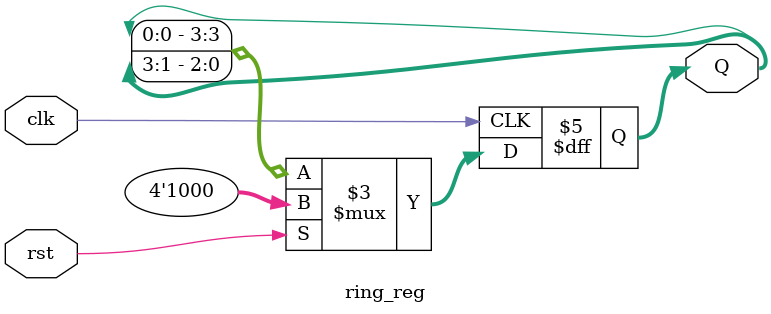
<source format=v>
module ring_reg (
    clk,rst,Q
);

    input clk,rst;
    output reg [3:0]Q;

    always @(posedge clk) begin
        if (rst) begin
            Q<=4'b1000;        
        end
        else begin
            Q<= {Q[0],Q[3:1]};
        end
        
    end

    
    
endmodule
</source>
